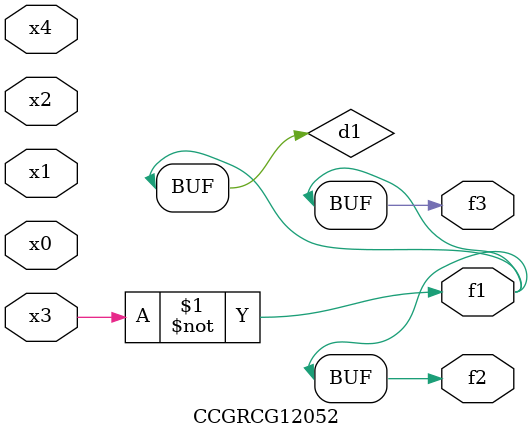
<source format=v>
module CCGRCG12052(
	input x0, x1, x2, x3, x4,
	output f1, f2, f3
);

	wire d1, d2;

	xnor (d1, x3);
	not (d2, x1);
	assign f1 = d1;
	assign f2 = d1;
	assign f3 = d1;
endmodule

</source>
